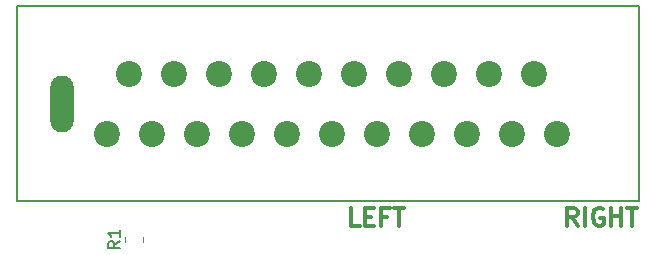
<source format=gbr>
%TF.GenerationSoftware,KiCad,Pcbnew,6.0.11-2627ca5db0~126~ubuntu22.04.1*%
%TF.CreationDate,2024-01-17T10:59:56+01:00*%
%TF.ProjectId,SCART-TO-HD15,53434152-542d-4544-9f2d-484431352e6b,rev?*%
%TF.SameCoordinates,Original*%
%TF.FileFunction,Legend,Top*%
%TF.FilePolarity,Positive*%
%FSLAX46Y46*%
G04 Gerber Fmt 4.6, Leading zero omitted, Abs format (unit mm)*
G04 Created by KiCad (PCBNEW 6.0.11-2627ca5db0~126~ubuntu22.04.1) date 2024-01-17 10:59:56*
%MOMM*%
%LPD*%
G01*
G04 APERTURE LIST*
%ADD10C,0.300000*%
%ADD11C,0.150000*%
%ADD12C,0.120000*%
%ADD13O,2.000000X4.800000*%
%ADD14C,2.200000*%
G04 APERTURE END LIST*
D10*
X158540000Y-94058571D02*
X158040000Y-93344285D01*
X157682857Y-94058571D02*
X157682857Y-92558571D01*
X158254285Y-92558571D01*
X158397142Y-92630000D01*
X158468571Y-92701428D01*
X158540000Y-92844285D01*
X158540000Y-93058571D01*
X158468571Y-93201428D01*
X158397142Y-93272857D01*
X158254285Y-93344285D01*
X157682857Y-93344285D01*
X159182857Y-94058571D02*
X159182857Y-92558571D01*
X160682857Y-92630000D02*
X160540000Y-92558571D01*
X160325714Y-92558571D01*
X160111428Y-92630000D01*
X159968571Y-92772857D01*
X159897142Y-92915714D01*
X159825714Y-93201428D01*
X159825714Y-93415714D01*
X159897142Y-93701428D01*
X159968571Y-93844285D01*
X160111428Y-93987142D01*
X160325714Y-94058571D01*
X160468571Y-94058571D01*
X160682857Y-93987142D01*
X160754285Y-93915714D01*
X160754285Y-93415714D01*
X160468571Y-93415714D01*
X161397142Y-94058571D02*
X161397142Y-92558571D01*
X161397142Y-93272857D02*
X162254285Y-93272857D01*
X162254285Y-94058571D02*
X162254285Y-92558571D01*
X162754285Y-92558571D02*
X163611428Y-92558571D01*
X163182857Y-94058571D02*
X163182857Y-92558571D01*
X140081428Y-94088571D02*
X139367142Y-94088571D01*
X139367142Y-92588571D01*
X140581428Y-93302857D02*
X141081428Y-93302857D01*
X141295714Y-94088571D02*
X140581428Y-94088571D01*
X140581428Y-92588571D01*
X141295714Y-92588571D01*
X142438571Y-93302857D02*
X141938571Y-93302857D01*
X141938571Y-94088571D02*
X141938571Y-92588571D01*
X142652857Y-92588571D01*
X143010000Y-92588571D02*
X143867142Y-92588571D01*
X143438571Y-94088571D02*
X143438571Y-92588571D01*
D11*
%TO.C,R1*%
X119782380Y-95386666D02*
X119306190Y-95720000D01*
X119782380Y-95958095D02*
X118782380Y-95958095D01*
X118782380Y-95577142D01*
X118830000Y-95481904D01*
X118877619Y-95434285D01*
X118972857Y-95386666D01*
X119115714Y-95386666D01*
X119210952Y-95434285D01*
X119258571Y-95481904D01*
X119306190Y-95577142D01*
X119306190Y-95958095D01*
X119782380Y-94434285D02*
X119782380Y-95005714D01*
X119782380Y-94720000D02*
X118782380Y-94720000D01*
X118925238Y-94815238D01*
X119020476Y-94910476D01*
X119068095Y-95005714D01*
%TO.C,J1*%
X111037107Y-75505000D02*
X111037107Y-92015000D01*
X111037107Y-92015000D02*
X163737107Y-92015000D01*
X111037107Y-75505000D02*
X163737107Y-75505000D01*
X163742107Y-75505000D02*
X163742107Y-92005000D01*
D12*
%TO.C,R1*%
X121715000Y-95447064D02*
X121715000Y-94992936D01*
X120245000Y-95447064D02*
X120245000Y-94992936D01*
%TD*%
D13*
%TO.C,J1*%
X114847107Y-83760000D03*
D14*
X156767107Y-86300000D03*
X154852107Y-81220000D03*
X152957107Y-86300000D03*
X151042107Y-81220000D03*
X149147107Y-86300000D03*
X147232107Y-81220000D03*
X145337107Y-86300000D03*
X143422107Y-81220000D03*
X141527107Y-86300000D03*
X139612107Y-81220000D03*
X137717107Y-86300000D03*
X135802107Y-81220000D03*
X133907107Y-86300000D03*
X131992107Y-81220000D03*
X130097107Y-86300000D03*
X128182107Y-81220000D03*
X126287107Y-86300000D03*
X124372107Y-81220000D03*
X122477107Y-86300000D03*
X120562107Y-81220000D03*
X118667107Y-86300000D03*
%TD*%
M02*

</source>
